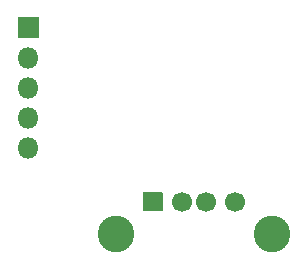
<source format=gbr>
%TF.GenerationSoftware,KiCad,Pcbnew,(5.1.7)-1*%
%TF.CreationDate,2021-05-14T12:52:34-07:00*%
%TF.ProjectId,Keychain,4b657963-6861-4696-9e2e-6b696361645f,rev?*%
%TF.SameCoordinates,Original*%
%TF.FileFunction,Soldermask,Bot*%
%TF.FilePolarity,Negative*%
%FSLAX46Y46*%
G04 Gerber Fmt 4.6, Leading zero omitted, Abs format (unit mm)*
G04 Created by KiCad (PCBNEW (5.1.7)-1) date 2021-05-14 12:52:34*
%MOMM*%
%LPD*%
G01*
G04 APERTURE LIST*
%ADD10C,1.700000*%
%ADD11C,3.100000*%
%ADD12O,1.800000X1.800000*%
G04 APERTURE END LIST*
D10*
%TO.C,J3*%
X142525000Y-98200000D03*
X140025000Y-98200000D03*
X138025000Y-98200000D03*
G36*
G01*
X134675000Y-98950000D02*
X134675000Y-97450000D01*
G75*
G02*
X134725000Y-97400000I50000J0D01*
G01*
X136325000Y-97400000D01*
G75*
G02*
X136375000Y-97450000I0J-50000D01*
G01*
X136375000Y-98950000D01*
G75*
G02*
X136325000Y-99000000I-50000J0D01*
G01*
X134725000Y-99000000D01*
G75*
G02*
X134675000Y-98950000I0J50000D01*
G01*
G37*
D11*
X145595000Y-100910000D03*
X132455000Y-100910000D03*
%TD*%
D12*
%TO.C,J2*%
X125000000Y-93635000D03*
X125000000Y-91095000D03*
X125000000Y-88555000D03*
X125000000Y-86015000D03*
G36*
G01*
X124100000Y-84325000D02*
X124100000Y-82625000D01*
G75*
G02*
X124150000Y-82575000I50000J0D01*
G01*
X125850000Y-82575000D01*
G75*
G02*
X125900000Y-82625000I0J-50000D01*
G01*
X125900000Y-84325000D01*
G75*
G02*
X125850000Y-84375000I-50000J0D01*
G01*
X124150000Y-84375000D01*
G75*
G02*
X124100000Y-84325000I0J50000D01*
G01*
G37*
%TD*%
M02*

</source>
